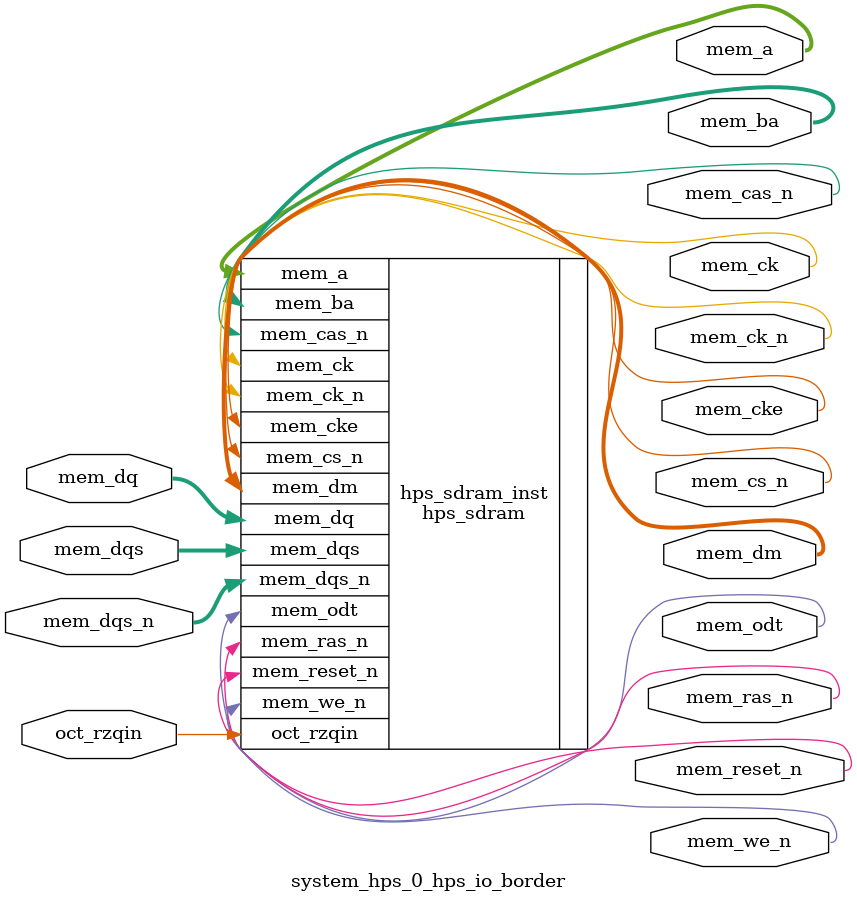
<source format=sv>


module system_hps_0_hps_io_border(
// memory
  output wire [15 - 1 : 0 ] mem_a
 ,output wire [3 - 1 : 0 ] mem_ba
 ,output wire [1 - 1 : 0 ] mem_ck
 ,output wire [1 - 1 : 0 ] mem_ck_n
 ,output wire [1 - 1 : 0 ] mem_cke
 ,output wire [1 - 1 : 0 ] mem_cs_n
 ,output wire [1 - 1 : 0 ] mem_ras_n
 ,output wire [1 - 1 : 0 ] mem_cas_n
 ,output wire [1 - 1 : 0 ] mem_we_n
 ,output wire [1 - 1 : 0 ] mem_reset_n
 ,inout wire [32 - 1 : 0 ] mem_dq
 ,inout wire [4 - 1 : 0 ] mem_dqs
 ,inout wire [4 - 1 : 0 ] mem_dqs_n
 ,output wire [1 - 1 : 0 ] mem_odt
 ,output wire [4 - 1 : 0 ] mem_dm
 ,input wire [1 - 1 : 0 ] oct_rzqin
);


hps_sdram hps_sdram_inst(
 .mem_dq({
    mem_dq[31:0] // 31:0
  })
,.mem_odt({
    mem_odt[0:0] // 0:0
  })
,.mem_ras_n({
    mem_ras_n[0:0] // 0:0
  })
,.mem_dqs_n({
    mem_dqs_n[3:0] // 3:0
  })
,.mem_dqs({
    mem_dqs[3:0] // 3:0
  })
,.mem_dm({
    mem_dm[3:0] // 3:0
  })
,.mem_we_n({
    mem_we_n[0:0] // 0:0
  })
,.mem_cas_n({
    mem_cas_n[0:0] // 0:0
  })
,.mem_ba({
    mem_ba[2:0] // 2:0
  })
,.mem_a({
    mem_a[14:0] // 14:0
  })
,.mem_cs_n({
    mem_cs_n[0:0] // 0:0
  })
,.mem_ck({
    mem_ck[0:0] // 0:0
  })
,.mem_cke({
    mem_cke[0:0] // 0:0
  })
,.oct_rzqin({
    oct_rzqin[0:0] // 0:0
  })
,.mem_reset_n({
    mem_reset_n[0:0] // 0:0
  })
,.mem_ck_n({
    mem_ck_n[0:0] // 0:0
  })
);

endmodule


</source>
